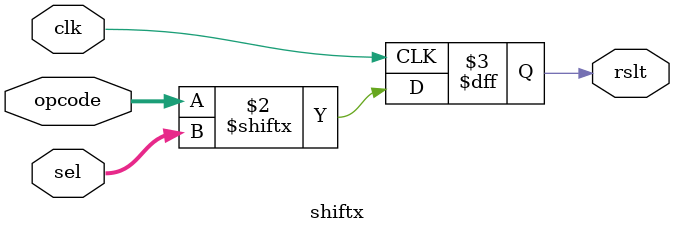
<source format=v>
module shiftx(
	input             clk,
	input       [7:0] opcode,
	input       [2:0] sel,
 	output reg        rslt
);

always @(posedge clk)
	rslt = opcode[sel];

endmodule

</source>
